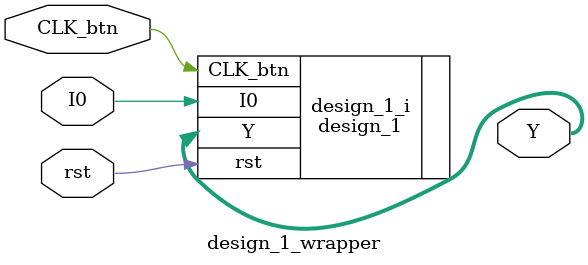
<source format=v>
`timescale 1 ps / 1 ps

module design_1_wrapper
   (CLK_btn,
    I0,
    Y,
    rst);
  input CLK_btn;
  input I0;
  output [7:0]Y;
  input rst;

  wire CLK_btn;
  wire I0;
  wire [7:0]Y;
  wire rst;

  design_1 design_1_i
       (.CLK_btn(CLK_btn),
        .I0(I0),
        .Y(Y),
        .rst(rst));
endmodule

</source>
